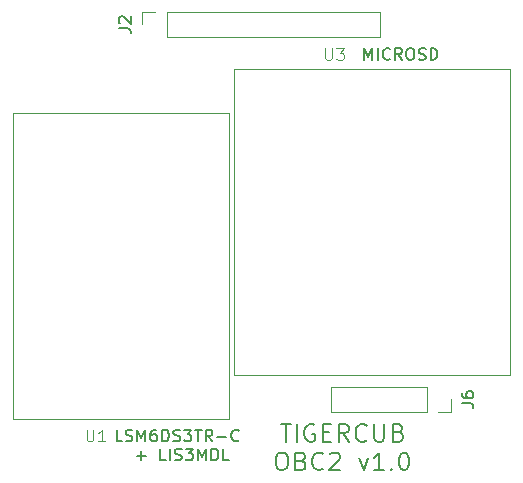
<source format=gbr>
%TF.GenerationSoftware,KiCad,Pcbnew,7.0.10*%
%TF.CreationDate,2024-03-21T17:39:44-04:00*%
%TF.ProjectId,obc-peripherals,6f62632d-7065-4726-9970-686572616c73,rev?*%
%TF.SameCoordinates,Original*%
%TF.FileFunction,Legend,Top*%
%TF.FilePolarity,Positive*%
%FSLAX46Y46*%
G04 Gerber Fmt 4.6, Leading zero omitted, Abs format (unit mm)*
G04 Created by KiCad (PCBNEW 7.0.10) date 2024-03-21 17:39:44*
%MOMM*%
%LPD*%
G01*
G04 APERTURE LIST*
%ADD10C,0.200000*%
%ADD11C,0.150000*%
%ADD12C,0.100000*%
%ADD13C,0.120000*%
G04 APERTURE END LIST*
D10*
X119650000Y-86341028D02*
X120507143Y-86341028D01*
X120078571Y-87841028D02*
X120078571Y-86341028D01*
X121007142Y-87841028D02*
X121007142Y-86341028D01*
X122507143Y-86412457D02*
X122364286Y-86341028D01*
X122364286Y-86341028D02*
X122150000Y-86341028D01*
X122150000Y-86341028D02*
X121935714Y-86412457D01*
X121935714Y-86412457D02*
X121792857Y-86555314D01*
X121792857Y-86555314D02*
X121721428Y-86698171D01*
X121721428Y-86698171D02*
X121650000Y-86983885D01*
X121650000Y-86983885D02*
X121650000Y-87198171D01*
X121650000Y-87198171D02*
X121721428Y-87483885D01*
X121721428Y-87483885D02*
X121792857Y-87626742D01*
X121792857Y-87626742D02*
X121935714Y-87769600D01*
X121935714Y-87769600D02*
X122150000Y-87841028D01*
X122150000Y-87841028D02*
X122292857Y-87841028D01*
X122292857Y-87841028D02*
X122507143Y-87769600D01*
X122507143Y-87769600D02*
X122578571Y-87698171D01*
X122578571Y-87698171D02*
X122578571Y-87198171D01*
X122578571Y-87198171D02*
X122292857Y-87198171D01*
X123221428Y-87055314D02*
X123721428Y-87055314D01*
X123935714Y-87841028D02*
X123221428Y-87841028D01*
X123221428Y-87841028D02*
X123221428Y-86341028D01*
X123221428Y-86341028D02*
X123935714Y-86341028D01*
X125435714Y-87841028D02*
X124935714Y-87126742D01*
X124578571Y-87841028D02*
X124578571Y-86341028D01*
X124578571Y-86341028D02*
X125150000Y-86341028D01*
X125150000Y-86341028D02*
X125292857Y-86412457D01*
X125292857Y-86412457D02*
X125364286Y-86483885D01*
X125364286Y-86483885D02*
X125435714Y-86626742D01*
X125435714Y-86626742D02*
X125435714Y-86841028D01*
X125435714Y-86841028D02*
X125364286Y-86983885D01*
X125364286Y-86983885D02*
X125292857Y-87055314D01*
X125292857Y-87055314D02*
X125150000Y-87126742D01*
X125150000Y-87126742D02*
X124578571Y-87126742D01*
X126935714Y-87698171D02*
X126864286Y-87769600D01*
X126864286Y-87769600D02*
X126650000Y-87841028D01*
X126650000Y-87841028D02*
X126507143Y-87841028D01*
X126507143Y-87841028D02*
X126292857Y-87769600D01*
X126292857Y-87769600D02*
X126150000Y-87626742D01*
X126150000Y-87626742D02*
X126078571Y-87483885D01*
X126078571Y-87483885D02*
X126007143Y-87198171D01*
X126007143Y-87198171D02*
X126007143Y-86983885D01*
X126007143Y-86983885D02*
X126078571Y-86698171D01*
X126078571Y-86698171D02*
X126150000Y-86555314D01*
X126150000Y-86555314D02*
X126292857Y-86412457D01*
X126292857Y-86412457D02*
X126507143Y-86341028D01*
X126507143Y-86341028D02*
X126650000Y-86341028D01*
X126650000Y-86341028D02*
X126864286Y-86412457D01*
X126864286Y-86412457D02*
X126935714Y-86483885D01*
X127578571Y-86341028D02*
X127578571Y-87555314D01*
X127578571Y-87555314D02*
X127650000Y-87698171D01*
X127650000Y-87698171D02*
X127721429Y-87769600D01*
X127721429Y-87769600D02*
X127864286Y-87841028D01*
X127864286Y-87841028D02*
X128150000Y-87841028D01*
X128150000Y-87841028D02*
X128292857Y-87769600D01*
X128292857Y-87769600D02*
X128364286Y-87698171D01*
X128364286Y-87698171D02*
X128435714Y-87555314D01*
X128435714Y-87555314D02*
X128435714Y-86341028D01*
X129650000Y-87055314D02*
X129864286Y-87126742D01*
X129864286Y-87126742D02*
X129935715Y-87198171D01*
X129935715Y-87198171D02*
X130007143Y-87341028D01*
X130007143Y-87341028D02*
X130007143Y-87555314D01*
X130007143Y-87555314D02*
X129935715Y-87698171D01*
X129935715Y-87698171D02*
X129864286Y-87769600D01*
X129864286Y-87769600D02*
X129721429Y-87841028D01*
X129721429Y-87841028D02*
X129150000Y-87841028D01*
X129150000Y-87841028D02*
X129150000Y-86341028D01*
X129150000Y-86341028D02*
X129650000Y-86341028D01*
X129650000Y-86341028D02*
X129792858Y-86412457D01*
X129792858Y-86412457D02*
X129864286Y-86483885D01*
X129864286Y-86483885D02*
X129935715Y-86626742D01*
X129935715Y-86626742D02*
X129935715Y-86769600D01*
X129935715Y-86769600D02*
X129864286Y-86912457D01*
X129864286Y-86912457D02*
X129792858Y-86983885D01*
X129792858Y-86983885D02*
X129650000Y-87055314D01*
X129650000Y-87055314D02*
X129150000Y-87055314D01*
X119614286Y-88756028D02*
X119900000Y-88756028D01*
X119900000Y-88756028D02*
X120042857Y-88827457D01*
X120042857Y-88827457D02*
X120185714Y-88970314D01*
X120185714Y-88970314D02*
X120257143Y-89256028D01*
X120257143Y-89256028D02*
X120257143Y-89756028D01*
X120257143Y-89756028D02*
X120185714Y-90041742D01*
X120185714Y-90041742D02*
X120042857Y-90184600D01*
X120042857Y-90184600D02*
X119900000Y-90256028D01*
X119900000Y-90256028D02*
X119614286Y-90256028D01*
X119614286Y-90256028D02*
X119471429Y-90184600D01*
X119471429Y-90184600D02*
X119328571Y-90041742D01*
X119328571Y-90041742D02*
X119257143Y-89756028D01*
X119257143Y-89756028D02*
X119257143Y-89256028D01*
X119257143Y-89256028D02*
X119328571Y-88970314D01*
X119328571Y-88970314D02*
X119471429Y-88827457D01*
X119471429Y-88827457D02*
X119614286Y-88756028D01*
X121400000Y-89470314D02*
X121614286Y-89541742D01*
X121614286Y-89541742D02*
X121685715Y-89613171D01*
X121685715Y-89613171D02*
X121757143Y-89756028D01*
X121757143Y-89756028D02*
X121757143Y-89970314D01*
X121757143Y-89970314D02*
X121685715Y-90113171D01*
X121685715Y-90113171D02*
X121614286Y-90184600D01*
X121614286Y-90184600D02*
X121471429Y-90256028D01*
X121471429Y-90256028D02*
X120900000Y-90256028D01*
X120900000Y-90256028D02*
X120900000Y-88756028D01*
X120900000Y-88756028D02*
X121400000Y-88756028D01*
X121400000Y-88756028D02*
X121542858Y-88827457D01*
X121542858Y-88827457D02*
X121614286Y-88898885D01*
X121614286Y-88898885D02*
X121685715Y-89041742D01*
X121685715Y-89041742D02*
X121685715Y-89184600D01*
X121685715Y-89184600D02*
X121614286Y-89327457D01*
X121614286Y-89327457D02*
X121542858Y-89398885D01*
X121542858Y-89398885D02*
X121400000Y-89470314D01*
X121400000Y-89470314D02*
X120900000Y-89470314D01*
X123257143Y-90113171D02*
X123185715Y-90184600D01*
X123185715Y-90184600D02*
X122971429Y-90256028D01*
X122971429Y-90256028D02*
X122828572Y-90256028D01*
X122828572Y-90256028D02*
X122614286Y-90184600D01*
X122614286Y-90184600D02*
X122471429Y-90041742D01*
X122471429Y-90041742D02*
X122400000Y-89898885D01*
X122400000Y-89898885D02*
X122328572Y-89613171D01*
X122328572Y-89613171D02*
X122328572Y-89398885D01*
X122328572Y-89398885D02*
X122400000Y-89113171D01*
X122400000Y-89113171D02*
X122471429Y-88970314D01*
X122471429Y-88970314D02*
X122614286Y-88827457D01*
X122614286Y-88827457D02*
X122828572Y-88756028D01*
X122828572Y-88756028D02*
X122971429Y-88756028D01*
X122971429Y-88756028D02*
X123185715Y-88827457D01*
X123185715Y-88827457D02*
X123257143Y-88898885D01*
X123828572Y-88898885D02*
X123900000Y-88827457D01*
X123900000Y-88827457D02*
X124042858Y-88756028D01*
X124042858Y-88756028D02*
X124400000Y-88756028D01*
X124400000Y-88756028D02*
X124542858Y-88827457D01*
X124542858Y-88827457D02*
X124614286Y-88898885D01*
X124614286Y-88898885D02*
X124685715Y-89041742D01*
X124685715Y-89041742D02*
X124685715Y-89184600D01*
X124685715Y-89184600D02*
X124614286Y-89398885D01*
X124614286Y-89398885D02*
X123757143Y-90256028D01*
X123757143Y-90256028D02*
X124685715Y-90256028D01*
X126328571Y-89256028D02*
X126685714Y-90256028D01*
X126685714Y-90256028D02*
X127042857Y-89256028D01*
X128400000Y-90256028D02*
X127542857Y-90256028D01*
X127971428Y-90256028D02*
X127971428Y-88756028D01*
X127971428Y-88756028D02*
X127828571Y-88970314D01*
X127828571Y-88970314D02*
X127685714Y-89113171D01*
X127685714Y-89113171D02*
X127542857Y-89184600D01*
X129042856Y-90113171D02*
X129114285Y-90184600D01*
X129114285Y-90184600D02*
X129042856Y-90256028D01*
X129042856Y-90256028D02*
X128971428Y-90184600D01*
X128971428Y-90184600D02*
X129042856Y-90113171D01*
X129042856Y-90113171D02*
X129042856Y-90256028D01*
X130042857Y-88756028D02*
X130185714Y-88756028D01*
X130185714Y-88756028D02*
X130328571Y-88827457D01*
X130328571Y-88827457D02*
X130400000Y-88898885D01*
X130400000Y-88898885D02*
X130471428Y-89041742D01*
X130471428Y-89041742D02*
X130542857Y-89327457D01*
X130542857Y-89327457D02*
X130542857Y-89684600D01*
X130542857Y-89684600D02*
X130471428Y-89970314D01*
X130471428Y-89970314D02*
X130400000Y-90113171D01*
X130400000Y-90113171D02*
X130328571Y-90184600D01*
X130328571Y-90184600D02*
X130185714Y-90256028D01*
X130185714Y-90256028D02*
X130042857Y-90256028D01*
X130042857Y-90256028D02*
X129900000Y-90184600D01*
X129900000Y-90184600D02*
X129828571Y-90113171D01*
X129828571Y-90113171D02*
X129757142Y-89970314D01*
X129757142Y-89970314D02*
X129685714Y-89684600D01*
X129685714Y-89684600D02*
X129685714Y-89327457D01*
X129685714Y-89327457D02*
X129757142Y-89041742D01*
X129757142Y-89041742D02*
X129828571Y-88898885D01*
X129828571Y-88898885D02*
X129900000Y-88827457D01*
X129900000Y-88827457D02*
X130042857Y-88756028D01*
D11*
X106252380Y-87809819D02*
X105776190Y-87809819D01*
X105776190Y-87809819D02*
X105776190Y-86809819D01*
X106538095Y-87762200D02*
X106680952Y-87809819D01*
X106680952Y-87809819D02*
X106919047Y-87809819D01*
X106919047Y-87809819D02*
X107014285Y-87762200D01*
X107014285Y-87762200D02*
X107061904Y-87714580D01*
X107061904Y-87714580D02*
X107109523Y-87619342D01*
X107109523Y-87619342D02*
X107109523Y-87524104D01*
X107109523Y-87524104D02*
X107061904Y-87428866D01*
X107061904Y-87428866D02*
X107014285Y-87381247D01*
X107014285Y-87381247D02*
X106919047Y-87333628D01*
X106919047Y-87333628D02*
X106728571Y-87286009D01*
X106728571Y-87286009D02*
X106633333Y-87238390D01*
X106633333Y-87238390D02*
X106585714Y-87190771D01*
X106585714Y-87190771D02*
X106538095Y-87095533D01*
X106538095Y-87095533D02*
X106538095Y-87000295D01*
X106538095Y-87000295D02*
X106585714Y-86905057D01*
X106585714Y-86905057D02*
X106633333Y-86857438D01*
X106633333Y-86857438D02*
X106728571Y-86809819D01*
X106728571Y-86809819D02*
X106966666Y-86809819D01*
X106966666Y-86809819D02*
X107109523Y-86857438D01*
X107538095Y-87809819D02*
X107538095Y-86809819D01*
X107538095Y-86809819D02*
X107871428Y-87524104D01*
X107871428Y-87524104D02*
X108204761Y-86809819D01*
X108204761Y-86809819D02*
X108204761Y-87809819D01*
X109109523Y-86809819D02*
X108919047Y-86809819D01*
X108919047Y-86809819D02*
X108823809Y-86857438D01*
X108823809Y-86857438D02*
X108776190Y-86905057D01*
X108776190Y-86905057D02*
X108680952Y-87047914D01*
X108680952Y-87047914D02*
X108633333Y-87238390D01*
X108633333Y-87238390D02*
X108633333Y-87619342D01*
X108633333Y-87619342D02*
X108680952Y-87714580D01*
X108680952Y-87714580D02*
X108728571Y-87762200D01*
X108728571Y-87762200D02*
X108823809Y-87809819D01*
X108823809Y-87809819D02*
X109014285Y-87809819D01*
X109014285Y-87809819D02*
X109109523Y-87762200D01*
X109109523Y-87762200D02*
X109157142Y-87714580D01*
X109157142Y-87714580D02*
X109204761Y-87619342D01*
X109204761Y-87619342D02*
X109204761Y-87381247D01*
X109204761Y-87381247D02*
X109157142Y-87286009D01*
X109157142Y-87286009D02*
X109109523Y-87238390D01*
X109109523Y-87238390D02*
X109014285Y-87190771D01*
X109014285Y-87190771D02*
X108823809Y-87190771D01*
X108823809Y-87190771D02*
X108728571Y-87238390D01*
X108728571Y-87238390D02*
X108680952Y-87286009D01*
X108680952Y-87286009D02*
X108633333Y-87381247D01*
X109633333Y-87809819D02*
X109633333Y-86809819D01*
X109633333Y-86809819D02*
X109871428Y-86809819D01*
X109871428Y-86809819D02*
X110014285Y-86857438D01*
X110014285Y-86857438D02*
X110109523Y-86952676D01*
X110109523Y-86952676D02*
X110157142Y-87047914D01*
X110157142Y-87047914D02*
X110204761Y-87238390D01*
X110204761Y-87238390D02*
X110204761Y-87381247D01*
X110204761Y-87381247D02*
X110157142Y-87571723D01*
X110157142Y-87571723D02*
X110109523Y-87666961D01*
X110109523Y-87666961D02*
X110014285Y-87762200D01*
X110014285Y-87762200D02*
X109871428Y-87809819D01*
X109871428Y-87809819D02*
X109633333Y-87809819D01*
X110585714Y-87762200D02*
X110728571Y-87809819D01*
X110728571Y-87809819D02*
X110966666Y-87809819D01*
X110966666Y-87809819D02*
X111061904Y-87762200D01*
X111061904Y-87762200D02*
X111109523Y-87714580D01*
X111109523Y-87714580D02*
X111157142Y-87619342D01*
X111157142Y-87619342D02*
X111157142Y-87524104D01*
X111157142Y-87524104D02*
X111109523Y-87428866D01*
X111109523Y-87428866D02*
X111061904Y-87381247D01*
X111061904Y-87381247D02*
X110966666Y-87333628D01*
X110966666Y-87333628D02*
X110776190Y-87286009D01*
X110776190Y-87286009D02*
X110680952Y-87238390D01*
X110680952Y-87238390D02*
X110633333Y-87190771D01*
X110633333Y-87190771D02*
X110585714Y-87095533D01*
X110585714Y-87095533D02*
X110585714Y-87000295D01*
X110585714Y-87000295D02*
X110633333Y-86905057D01*
X110633333Y-86905057D02*
X110680952Y-86857438D01*
X110680952Y-86857438D02*
X110776190Y-86809819D01*
X110776190Y-86809819D02*
X111014285Y-86809819D01*
X111014285Y-86809819D02*
X111157142Y-86857438D01*
X111490476Y-86809819D02*
X112109523Y-86809819D01*
X112109523Y-86809819D02*
X111776190Y-87190771D01*
X111776190Y-87190771D02*
X111919047Y-87190771D01*
X111919047Y-87190771D02*
X112014285Y-87238390D01*
X112014285Y-87238390D02*
X112061904Y-87286009D01*
X112061904Y-87286009D02*
X112109523Y-87381247D01*
X112109523Y-87381247D02*
X112109523Y-87619342D01*
X112109523Y-87619342D02*
X112061904Y-87714580D01*
X112061904Y-87714580D02*
X112014285Y-87762200D01*
X112014285Y-87762200D02*
X111919047Y-87809819D01*
X111919047Y-87809819D02*
X111633333Y-87809819D01*
X111633333Y-87809819D02*
X111538095Y-87762200D01*
X111538095Y-87762200D02*
X111490476Y-87714580D01*
X112395238Y-86809819D02*
X112966666Y-86809819D01*
X112680952Y-87809819D02*
X112680952Y-86809819D01*
X113871428Y-87809819D02*
X113538095Y-87333628D01*
X113300000Y-87809819D02*
X113300000Y-86809819D01*
X113300000Y-86809819D02*
X113680952Y-86809819D01*
X113680952Y-86809819D02*
X113776190Y-86857438D01*
X113776190Y-86857438D02*
X113823809Y-86905057D01*
X113823809Y-86905057D02*
X113871428Y-87000295D01*
X113871428Y-87000295D02*
X113871428Y-87143152D01*
X113871428Y-87143152D02*
X113823809Y-87238390D01*
X113823809Y-87238390D02*
X113776190Y-87286009D01*
X113776190Y-87286009D02*
X113680952Y-87333628D01*
X113680952Y-87333628D02*
X113300000Y-87333628D01*
X114300000Y-87428866D02*
X115061905Y-87428866D01*
X116109523Y-87714580D02*
X116061904Y-87762200D01*
X116061904Y-87762200D02*
X115919047Y-87809819D01*
X115919047Y-87809819D02*
X115823809Y-87809819D01*
X115823809Y-87809819D02*
X115680952Y-87762200D01*
X115680952Y-87762200D02*
X115585714Y-87666961D01*
X115585714Y-87666961D02*
X115538095Y-87571723D01*
X115538095Y-87571723D02*
X115490476Y-87381247D01*
X115490476Y-87381247D02*
X115490476Y-87238390D01*
X115490476Y-87238390D02*
X115538095Y-87047914D01*
X115538095Y-87047914D02*
X115585714Y-86952676D01*
X115585714Y-86952676D02*
X115680952Y-86857438D01*
X115680952Y-86857438D02*
X115823809Y-86809819D01*
X115823809Y-86809819D02*
X115919047Y-86809819D01*
X115919047Y-86809819D02*
X116061904Y-86857438D01*
X116061904Y-86857438D02*
X116109523Y-86905057D01*
X107466667Y-89038866D02*
X108228572Y-89038866D01*
X107847619Y-89419819D02*
X107847619Y-88657914D01*
X109942857Y-89419819D02*
X109466667Y-89419819D01*
X109466667Y-89419819D02*
X109466667Y-88419819D01*
X110276191Y-89419819D02*
X110276191Y-88419819D01*
X110704762Y-89372200D02*
X110847619Y-89419819D01*
X110847619Y-89419819D02*
X111085714Y-89419819D01*
X111085714Y-89419819D02*
X111180952Y-89372200D01*
X111180952Y-89372200D02*
X111228571Y-89324580D01*
X111228571Y-89324580D02*
X111276190Y-89229342D01*
X111276190Y-89229342D02*
X111276190Y-89134104D01*
X111276190Y-89134104D02*
X111228571Y-89038866D01*
X111228571Y-89038866D02*
X111180952Y-88991247D01*
X111180952Y-88991247D02*
X111085714Y-88943628D01*
X111085714Y-88943628D02*
X110895238Y-88896009D01*
X110895238Y-88896009D02*
X110800000Y-88848390D01*
X110800000Y-88848390D02*
X110752381Y-88800771D01*
X110752381Y-88800771D02*
X110704762Y-88705533D01*
X110704762Y-88705533D02*
X110704762Y-88610295D01*
X110704762Y-88610295D02*
X110752381Y-88515057D01*
X110752381Y-88515057D02*
X110800000Y-88467438D01*
X110800000Y-88467438D02*
X110895238Y-88419819D01*
X110895238Y-88419819D02*
X111133333Y-88419819D01*
X111133333Y-88419819D02*
X111276190Y-88467438D01*
X111609524Y-88419819D02*
X112228571Y-88419819D01*
X112228571Y-88419819D02*
X111895238Y-88800771D01*
X111895238Y-88800771D02*
X112038095Y-88800771D01*
X112038095Y-88800771D02*
X112133333Y-88848390D01*
X112133333Y-88848390D02*
X112180952Y-88896009D01*
X112180952Y-88896009D02*
X112228571Y-88991247D01*
X112228571Y-88991247D02*
X112228571Y-89229342D01*
X112228571Y-89229342D02*
X112180952Y-89324580D01*
X112180952Y-89324580D02*
X112133333Y-89372200D01*
X112133333Y-89372200D02*
X112038095Y-89419819D01*
X112038095Y-89419819D02*
X111752381Y-89419819D01*
X111752381Y-89419819D02*
X111657143Y-89372200D01*
X111657143Y-89372200D02*
X111609524Y-89324580D01*
X112657143Y-89419819D02*
X112657143Y-88419819D01*
X112657143Y-88419819D02*
X112990476Y-89134104D01*
X112990476Y-89134104D02*
X113323809Y-88419819D01*
X113323809Y-88419819D02*
X113323809Y-89419819D01*
X113800000Y-89419819D02*
X113800000Y-88419819D01*
X113800000Y-88419819D02*
X114038095Y-88419819D01*
X114038095Y-88419819D02*
X114180952Y-88467438D01*
X114180952Y-88467438D02*
X114276190Y-88562676D01*
X114276190Y-88562676D02*
X114323809Y-88657914D01*
X114323809Y-88657914D02*
X114371428Y-88848390D01*
X114371428Y-88848390D02*
X114371428Y-88991247D01*
X114371428Y-88991247D02*
X114323809Y-89181723D01*
X114323809Y-89181723D02*
X114276190Y-89276961D01*
X114276190Y-89276961D02*
X114180952Y-89372200D01*
X114180952Y-89372200D02*
X114038095Y-89419819D01*
X114038095Y-89419819D02*
X113800000Y-89419819D01*
X115276190Y-89419819D02*
X114800000Y-89419819D01*
X114800000Y-89419819D02*
X114800000Y-88419819D01*
X126736779Y-55519819D02*
X126736779Y-54519819D01*
X126736779Y-54519819D02*
X127070112Y-55234104D01*
X127070112Y-55234104D02*
X127403445Y-54519819D01*
X127403445Y-54519819D02*
X127403445Y-55519819D01*
X127879636Y-55519819D02*
X127879636Y-54519819D01*
X128927254Y-55424580D02*
X128879635Y-55472200D01*
X128879635Y-55472200D02*
X128736778Y-55519819D01*
X128736778Y-55519819D02*
X128641540Y-55519819D01*
X128641540Y-55519819D02*
X128498683Y-55472200D01*
X128498683Y-55472200D02*
X128403445Y-55376961D01*
X128403445Y-55376961D02*
X128355826Y-55281723D01*
X128355826Y-55281723D02*
X128308207Y-55091247D01*
X128308207Y-55091247D02*
X128308207Y-54948390D01*
X128308207Y-54948390D02*
X128355826Y-54757914D01*
X128355826Y-54757914D02*
X128403445Y-54662676D01*
X128403445Y-54662676D02*
X128498683Y-54567438D01*
X128498683Y-54567438D02*
X128641540Y-54519819D01*
X128641540Y-54519819D02*
X128736778Y-54519819D01*
X128736778Y-54519819D02*
X128879635Y-54567438D01*
X128879635Y-54567438D02*
X128927254Y-54615057D01*
X129927254Y-55519819D02*
X129593921Y-55043628D01*
X129355826Y-55519819D02*
X129355826Y-54519819D01*
X129355826Y-54519819D02*
X129736778Y-54519819D01*
X129736778Y-54519819D02*
X129832016Y-54567438D01*
X129832016Y-54567438D02*
X129879635Y-54615057D01*
X129879635Y-54615057D02*
X129927254Y-54710295D01*
X129927254Y-54710295D02*
X129927254Y-54853152D01*
X129927254Y-54853152D02*
X129879635Y-54948390D01*
X129879635Y-54948390D02*
X129832016Y-54996009D01*
X129832016Y-54996009D02*
X129736778Y-55043628D01*
X129736778Y-55043628D02*
X129355826Y-55043628D01*
X130546302Y-54519819D02*
X130736778Y-54519819D01*
X130736778Y-54519819D02*
X130832016Y-54567438D01*
X130832016Y-54567438D02*
X130927254Y-54662676D01*
X130927254Y-54662676D02*
X130974873Y-54853152D01*
X130974873Y-54853152D02*
X130974873Y-55186485D01*
X130974873Y-55186485D02*
X130927254Y-55376961D01*
X130927254Y-55376961D02*
X130832016Y-55472200D01*
X130832016Y-55472200D02*
X130736778Y-55519819D01*
X130736778Y-55519819D02*
X130546302Y-55519819D01*
X130546302Y-55519819D02*
X130451064Y-55472200D01*
X130451064Y-55472200D02*
X130355826Y-55376961D01*
X130355826Y-55376961D02*
X130308207Y-55186485D01*
X130308207Y-55186485D02*
X130308207Y-54853152D01*
X130308207Y-54853152D02*
X130355826Y-54662676D01*
X130355826Y-54662676D02*
X130451064Y-54567438D01*
X130451064Y-54567438D02*
X130546302Y-54519819D01*
X131355826Y-55472200D02*
X131498683Y-55519819D01*
X131498683Y-55519819D02*
X131736778Y-55519819D01*
X131736778Y-55519819D02*
X131832016Y-55472200D01*
X131832016Y-55472200D02*
X131879635Y-55424580D01*
X131879635Y-55424580D02*
X131927254Y-55329342D01*
X131927254Y-55329342D02*
X131927254Y-55234104D01*
X131927254Y-55234104D02*
X131879635Y-55138866D01*
X131879635Y-55138866D02*
X131832016Y-55091247D01*
X131832016Y-55091247D02*
X131736778Y-55043628D01*
X131736778Y-55043628D02*
X131546302Y-54996009D01*
X131546302Y-54996009D02*
X131451064Y-54948390D01*
X131451064Y-54948390D02*
X131403445Y-54900771D01*
X131403445Y-54900771D02*
X131355826Y-54805533D01*
X131355826Y-54805533D02*
X131355826Y-54710295D01*
X131355826Y-54710295D02*
X131403445Y-54615057D01*
X131403445Y-54615057D02*
X131451064Y-54567438D01*
X131451064Y-54567438D02*
X131546302Y-54519819D01*
X131546302Y-54519819D02*
X131784397Y-54519819D01*
X131784397Y-54519819D02*
X131927254Y-54567438D01*
X132355826Y-55519819D02*
X132355826Y-54519819D01*
X132355826Y-54519819D02*
X132593921Y-54519819D01*
X132593921Y-54519819D02*
X132736778Y-54567438D01*
X132736778Y-54567438D02*
X132832016Y-54662676D01*
X132832016Y-54662676D02*
X132879635Y-54757914D01*
X132879635Y-54757914D02*
X132927254Y-54948390D01*
X132927254Y-54948390D02*
X132927254Y-55091247D01*
X132927254Y-55091247D02*
X132879635Y-55281723D01*
X132879635Y-55281723D02*
X132832016Y-55376961D01*
X132832016Y-55376961D02*
X132736778Y-55472200D01*
X132736778Y-55472200D02*
X132593921Y-55519819D01*
X132593921Y-55519819D02*
X132355826Y-55519819D01*
X105954819Y-52833333D02*
X106669104Y-52833333D01*
X106669104Y-52833333D02*
X106811961Y-52880952D01*
X106811961Y-52880952D02*
X106907200Y-52976190D01*
X106907200Y-52976190D02*
X106954819Y-53119047D01*
X106954819Y-53119047D02*
X106954819Y-53214285D01*
X106050057Y-52404761D02*
X106002438Y-52357142D01*
X106002438Y-52357142D02*
X105954819Y-52261904D01*
X105954819Y-52261904D02*
X105954819Y-52023809D01*
X105954819Y-52023809D02*
X106002438Y-51928571D01*
X106002438Y-51928571D02*
X106050057Y-51880952D01*
X106050057Y-51880952D02*
X106145295Y-51833333D01*
X106145295Y-51833333D02*
X106240533Y-51833333D01*
X106240533Y-51833333D02*
X106383390Y-51880952D01*
X106383390Y-51880952D02*
X106954819Y-52452380D01*
X106954819Y-52452380D02*
X106954819Y-51833333D01*
X134974819Y-84583333D02*
X135689104Y-84583333D01*
X135689104Y-84583333D02*
X135831961Y-84630952D01*
X135831961Y-84630952D02*
X135927200Y-84726190D01*
X135927200Y-84726190D02*
X135974819Y-84869047D01*
X135974819Y-84869047D02*
X135974819Y-84964285D01*
X134974819Y-83678571D02*
X134974819Y-83869047D01*
X134974819Y-83869047D02*
X135022438Y-83964285D01*
X135022438Y-83964285D02*
X135070057Y-84011904D01*
X135070057Y-84011904D02*
X135212914Y-84107142D01*
X135212914Y-84107142D02*
X135403390Y-84154761D01*
X135403390Y-84154761D02*
X135784342Y-84154761D01*
X135784342Y-84154761D02*
X135879580Y-84107142D01*
X135879580Y-84107142D02*
X135927200Y-84059523D01*
X135927200Y-84059523D02*
X135974819Y-83964285D01*
X135974819Y-83964285D02*
X135974819Y-83773809D01*
X135974819Y-83773809D02*
X135927200Y-83678571D01*
X135927200Y-83678571D02*
X135879580Y-83630952D01*
X135879580Y-83630952D02*
X135784342Y-83583333D01*
X135784342Y-83583333D02*
X135546247Y-83583333D01*
X135546247Y-83583333D02*
X135451009Y-83630952D01*
X135451009Y-83630952D02*
X135403390Y-83678571D01*
X135403390Y-83678571D02*
X135355771Y-83773809D01*
X135355771Y-83773809D02*
X135355771Y-83964285D01*
X135355771Y-83964285D02*
X135403390Y-84059523D01*
X135403390Y-84059523D02*
X135451009Y-84107142D01*
X135451009Y-84107142D02*
X135546247Y-84154761D01*
D12*
X123438095Y-54507419D02*
X123438095Y-55316942D01*
X123438095Y-55316942D02*
X123485714Y-55412180D01*
X123485714Y-55412180D02*
X123533333Y-55459800D01*
X123533333Y-55459800D02*
X123628571Y-55507419D01*
X123628571Y-55507419D02*
X123819047Y-55507419D01*
X123819047Y-55507419D02*
X123914285Y-55459800D01*
X123914285Y-55459800D02*
X123961904Y-55412180D01*
X123961904Y-55412180D02*
X124009523Y-55316942D01*
X124009523Y-55316942D02*
X124009523Y-54507419D01*
X124390476Y-54507419D02*
X125009523Y-54507419D01*
X125009523Y-54507419D02*
X124676190Y-54888371D01*
X124676190Y-54888371D02*
X124819047Y-54888371D01*
X124819047Y-54888371D02*
X124914285Y-54935990D01*
X124914285Y-54935990D02*
X124961904Y-54983609D01*
X124961904Y-54983609D02*
X125009523Y-55078847D01*
X125009523Y-55078847D02*
X125009523Y-55316942D01*
X125009523Y-55316942D02*
X124961904Y-55412180D01*
X124961904Y-55412180D02*
X124914285Y-55459800D01*
X124914285Y-55459800D02*
X124819047Y-55507419D01*
X124819047Y-55507419D02*
X124533333Y-55507419D01*
X124533333Y-55507419D02*
X124438095Y-55459800D01*
X124438095Y-55459800D02*
X124390476Y-55412180D01*
X103238095Y-86807419D02*
X103238095Y-87616942D01*
X103238095Y-87616942D02*
X103285714Y-87712180D01*
X103285714Y-87712180D02*
X103333333Y-87759800D01*
X103333333Y-87759800D02*
X103428571Y-87807419D01*
X103428571Y-87807419D02*
X103619047Y-87807419D01*
X103619047Y-87807419D02*
X103714285Y-87759800D01*
X103714285Y-87759800D02*
X103761904Y-87712180D01*
X103761904Y-87712180D02*
X103809523Y-87616942D01*
X103809523Y-87616942D02*
X103809523Y-86807419D01*
X104809523Y-87807419D02*
X104238095Y-87807419D01*
X104523809Y-87807419D02*
X104523809Y-86807419D01*
X104523809Y-86807419D02*
X104428571Y-86950276D01*
X104428571Y-86950276D02*
X104333333Y-87045514D01*
X104333333Y-87045514D02*
X104238095Y-87093133D01*
D13*
%TO.C,J2*%
X107940000Y-51440000D02*
X109000000Y-51440000D01*
X107940000Y-52500000D02*
X107940000Y-51440000D01*
X110000000Y-51440000D02*
X128060000Y-51440000D01*
X110000000Y-53560000D02*
X128060000Y-53560000D01*
X128060000Y-53560000D02*
X128060000Y-51440000D01*
X110000000Y-53560000D02*
X110000000Y-51440000D01*
%TO.C,J6*%
X132020000Y-83190000D02*
X123960000Y-83190000D01*
X132020000Y-85310000D02*
X123960000Y-85310000D01*
X132020000Y-83190000D02*
X132020000Y-85310000D01*
X134080000Y-84250000D02*
X134080000Y-85310000D01*
X134080000Y-85310000D02*
X133020000Y-85310000D01*
X123960000Y-83190000D02*
X123960000Y-85310000D01*
D12*
%TO.C,U3*%
X139094000Y-56256000D02*
X115726000Y-56256000D01*
X115726000Y-56256000D02*
X115726000Y-82164000D01*
X115726000Y-82164000D02*
X139094000Y-82164000D01*
X139094000Y-82164000D02*
X139094000Y-56256000D01*
%TO.C,U1*%
X115294000Y-59986000D02*
X97006000Y-59986000D01*
X97006000Y-59986000D02*
X97006000Y-85894000D01*
X97006000Y-85894000D02*
X115294000Y-85894000D01*
X115294000Y-85894000D02*
X115294000Y-59986000D01*
%TD*%
M02*

</source>
